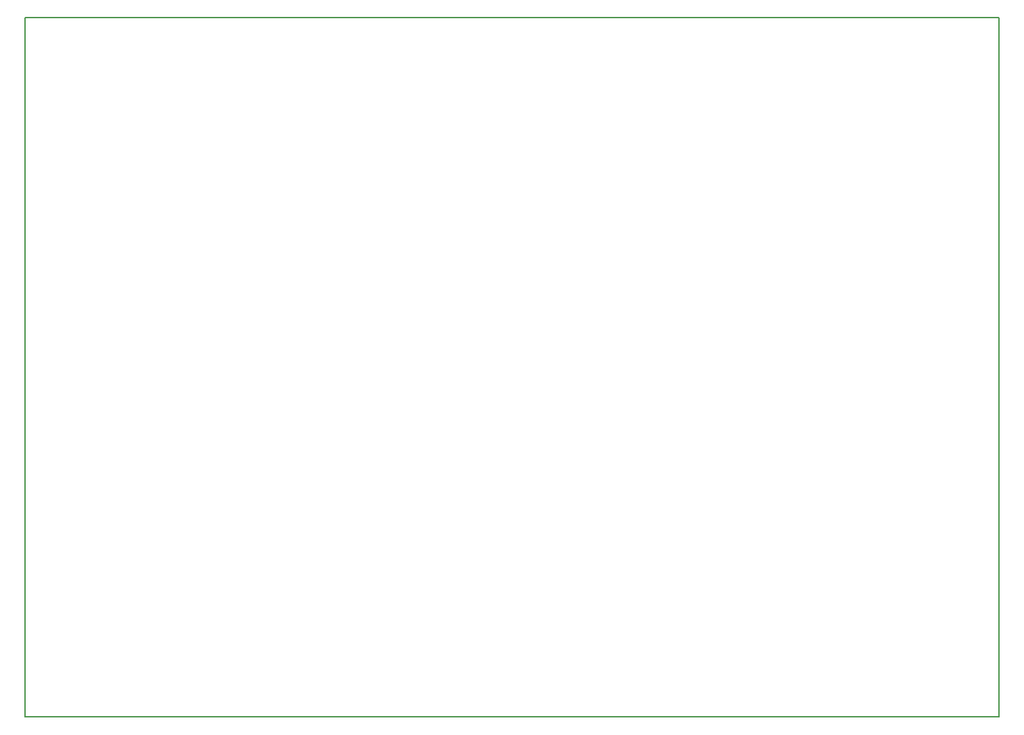
<source format=gbr>
G04 #@! TF.GenerationSoftware,KiCad,Pcbnew,5.0.2+dfsg1-1~bpo9+1*
G04 #@! TF.CreationDate,2019-06-26T12:15:30+03:00*
G04 #@! TF.ProjectId,SmartDimmer,536d6172-7444-4696-9d6d-65722e6b6963,rev?*
G04 #@! TF.SameCoordinates,Original*
G04 #@! TF.FileFunction,Profile,NP*
%FSLAX46Y46*%
G04 Gerber Fmt 4.6, Leading zero omitted, Abs format (unit mm)*
G04 Created by KiCad (PCBNEW 5.0.2+dfsg1-1~bpo9+1) date Wed 26 Jun 2019 12:15:30 PM +03*
%MOMM*%
%LPD*%
G01*
G04 APERTURE LIST*
%ADD10C,0.150000*%
G04 APERTURE END LIST*
D10*
X228280000Y-143695000D02*
X106360000Y-143695000D01*
X228280000Y-56065000D02*
X228280000Y-143695000D01*
X106360000Y-143695000D02*
X106360000Y-56065000D01*
X106360000Y-56065000D02*
X228280000Y-56065000D01*
M02*

</source>
